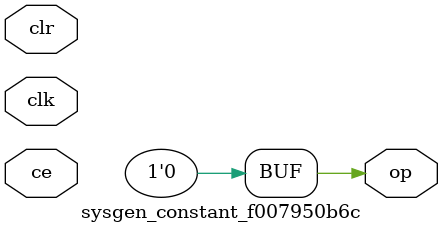
<source format=v>
module sysgen_constant_f007950b6c (
  output [(1 - 1):0] op,
  input clk,
  input ce,
  input clr);
  assign op = 1'b0;
endmodule
</source>
